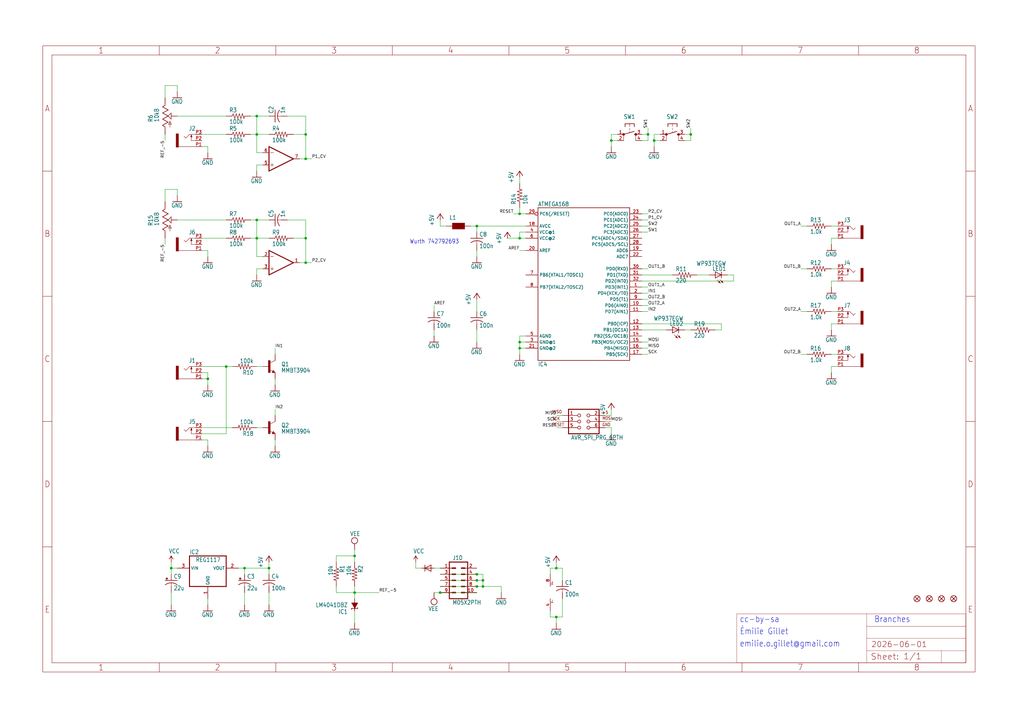
<source format=kicad_sch>
(kicad_sch (version 20230121) (generator eeschema)
  (paper "User" 425.45 298.45)
  (junction (at 127 99.06))
  (junction (at 198.12 241.3))
  (junction (at 215.9 144.78))
  (junction (at 215.9 142.24))
  (junction (at 127 66.04))
  (junction (at 287.02 55.88))
  (junction (at 127 55.88))
  (junction (at 86.36 157.48))
  (junction (at 231.14 256.54))
  (junction (at 101.6 236.22))
  (junction (at 271.78 58.42))
  (junction (at 215.9 88.9))
  (junction (at 254 58.42))
  (junction (at 147.32 246.38))
  (junction (at 111.76 236.22))
  (junction (at 106.68 48.26))
  (junction (at 71.12 236.22))
  (junction (at 127 109.22))
  (junction (at 93.98 152.4))
  (junction (at 198.12 93.98))
  (junction (at 106.68 55.88))
  (junction (at 147.32 231.14))
  (junction (at 200.66 241.3))
  (junction (at 200.66 243.84))
  (junction (at 106.68 99.06))
  (junction (at 231.14 236.22))
  (junction (at 269.24 55.88))
  (junction (at 182.88 246.38))
  (junction (at 198.12 238.76))
  (junction (at 106.68 91.44))
  (junction (at 215.9 99.06))
  (junction (at 198.12 243.84))
  (wire (pts (xy 228.6 238.76) (xy 228.6 236.22)) (stroke (width 0.1524)))
  (wire (pts (xy 127 109.22) (xy 124.46 109.22)) (stroke (width 0.1524)))
  (wire (pts (xy 104.14 48.26) (xy 106.68 48.26)) (stroke (width 0.1524)))
  (wire (pts (xy 111.76 55.88) (xy 106.68 55.88)) (stroke (width 0.1524)))
  (wire (pts (xy 106.68 111.76) (xy 106.68 114.3)) (stroke (width 0.1524)))
  (wire (pts (xy 182.88 246.38) (xy 198.12 246.38)) (stroke (width 0.1524)))
  (wire (pts (xy 266.7 96.52) (xy 269.24 96.52)) (stroke (width 0.1524)))
  (wire (pts (xy 104.14 99.06) (xy 106.68 99.06)) (stroke (width 0.1524)))
  (wire (pts (xy 73.66 91.44) (xy 93.98 91.44)) (stroke (width 0.1524)))
  (wire (pts (xy 71.12 233.68) (xy 71.12 236.22)) (stroke (width 0.1524)))
  (wire (pts (xy 266.7 111.76) (xy 269.24 111.76)) (stroke (width 0.1524)))
  (wire (pts (xy 269.24 58.42) (xy 269.24 55.88)) (stroke (width 0.1524)))
  (wire (pts (xy 332.74 111.76) (xy 335.28 111.76)) (stroke (width 0.1524)))
  (wire (pts (xy 127 91.44) (xy 127 99.06)) (stroke (width 0.1524)))
  (wire (pts (xy 218.44 93.98) (xy 198.12 93.98)) (stroke (width 0.1524)))
  (wire (pts (xy 93.98 180.34) (xy 93.98 152.4)) (stroke (width 0.1524)))
  (wire (pts (xy 101.6 236.22) (xy 111.76 236.22)) (stroke (width 0.1524)))
  (wire (pts (xy 182.88 236.22) (xy 180.34 236.22)) (stroke (width 0.1524)))
  (wire (pts (xy 106.68 48.26) (xy 106.68 55.88)) (stroke (width 0.1524)))
  (wire (pts (xy 228.6 254) (xy 228.6 256.54)) (stroke (width 0.1524)))
  (wire (pts (xy 233.68 256.54) (xy 233.68 248.92)) (stroke (width 0.1524)))
  (wire (pts (xy 195.58 93.98) (xy 198.12 93.98)) (stroke (width 0.1524)))
  (wire (pts (xy 198.12 238.76) (xy 200.66 238.76)) (stroke (width 0.1524)))
  (wire (pts (xy 198.12 137.16) (xy 198.12 142.24)) (stroke (width 0.1524)))
  (wire (pts (xy 86.36 182.88) (xy 86.36 185.42)) (stroke (width 0.1524)))
  (wire (pts (xy 147.32 233.68) (xy 147.32 231.14)) (stroke (width 0.1524)))
  (wire (pts (xy 106.68 55.88) (xy 106.68 63.5)) (stroke (width 0.1524)))
  (wire (pts (xy 269.24 55.88) (xy 269.24 53.34)) (stroke (width 0.1524)))
  (wire (pts (xy 251.46 175.26) (xy 254 175.26)) (stroke (width 0.1524)))
  (wire (pts (xy 251.46 177.8) (xy 254 177.8)) (stroke (width 0.1524)))
  (wire (pts (xy 231.14 256.54) (xy 231.14 259.08)) (stroke (width 0.1524)))
  (wire (pts (xy 68.58 78.74) (xy 73.66 78.74)) (stroke (width 0.1524)))
  (wire (pts (xy 111.76 91.44) (xy 106.68 91.44)) (stroke (width 0.1524)))
  (wire (pts (xy 111.76 238.76) (xy 111.76 236.22)) (stroke (width 0.1524)))
  (wire (pts (xy 297.18 137.16) (xy 299.72 137.16)) (stroke (width 0.1524)))
  (wire (pts (xy 208.28 243.84) (xy 208.28 246.38)) (stroke (width 0.1524)))
  (wire (pts (xy 233.68 175.26) (xy 231.14 175.26)) (stroke (width 0.1524)))
  (wire (pts (xy 345.44 152.4) (xy 345.44 154.94)) (stroke (width 0.1524)))
  (wire (pts (xy 71.12 236.22) (xy 71.12 238.76)) (stroke (width 0.1524)))
  (wire (pts (xy 104.14 55.88) (xy 106.68 55.88)) (stroke (width 0.1524)))
  (wire (pts (xy 83.82 104.14) (xy 86.36 104.14)) (stroke (width 0.1524)))
  (wire (pts (xy 147.32 248.92) (xy 147.32 246.38)) (stroke (width 0.1524)))
  (wire (pts (xy 109.22 111.76) (xy 106.68 111.76)) (stroke (width 0.1524)))
  (wire (pts (xy 119.38 91.44) (xy 127 91.44)) (stroke (width 0.1524)))
  (wire (pts (xy 182.88 93.98) (xy 185.42 93.98)) (stroke (width 0.1524)))
  (wire (pts (xy 251.46 172.72) (xy 254 172.72)) (stroke (width 0.1524)))
  (wire (pts (xy 218.44 104.14) (xy 215.9 104.14)) (stroke (width 0.1524)))
  (wire (pts (xy 68.58 40.64) (xy 68.58 35.56)) (stroke (width 0.1524)))
  (wire (pts (xy 347.98 152.4) (xy 345.44 152.4)) (stroke (width 0.1524)))
  (wire (pts (xy 254 55.88) (xy 254 58.42)) (stroke (width 0.1524)))
  (wire (pts (xy 182.88 91.44) (xy 182.88 93.98)) (stroke (width 0.1524)))
  (wire (pts (xy 284.48 137.16) (xy 287.02 137.16)) (stroke (width 0.1524)))
  (wire (pts (xy 218.44 142.24) (xy 215.9 142.24)) (stroke (width 0.1524)))
  (wire (pts (xy 266.7 137.16) (xy 276.86 137.16)) (stroke (width 0.1524)))
  (wire (pts (xy 215.9 142.24) (xy 215.9 144.78)) (stroke (width 0.1524)))
  (wire (pts (xy 96.52 152.4) (xy 93.98 152.4)) (stroke (width 0.1524)))
  (wire (pts (xy 86.36 154.94) (xy 86.36 157.48)) (stroke (width 0.1524)))
  (wire (pts (xy 119.38 48.26) (xy 127 48.26)) (stroke (width 0.1524)))
  (wire (pts (xy 215.9 99.06) (xy 218.44 99.06)) (stroke (width 0.1524)))
  (wire (pts (xy 86.36 248.92) (xy 86.36 251.46)) (stroke (width 0.1524)))
  (wire (pts (xy 111.76 48.26) (xy 106.68 48.26)) (stroke (width 0.1524)))
  (wire (pts (xy 215.9 99.06) (xy 210.82 99.06)) (stroke (width 0.1524)))
  (wire (pts (xy 127 99.06) (xy 127 109.22)) (stroke (width 0.1524)))
  (wire (pts (xy 266.7 114.3) (xy 279.4 114.3)) (stroke (width 0.1524)))
  (wire (pts (xy 114.3 182.88) (xy 114.3 185.42)) (stroke (width 0.1524)))
  (wire (pts (xy 86.36 60.96) (xy 86.36 63.5)) (stroke (width 0.1524)))
  (wire (pts (xy 83.82 180.34) (xy 93.98 180.34)) (stroke (width 0.1524)))
  (wire (pts (xy 106.68 91.44) (xy 106.68 99.06)) (stroke (width 0.1524)))
  (wire (pts (xy 215.9 73.66) (xy 215.9 76.2)) (stroke (width 0.1524)))
  (wire (pts (xy 68.58 83.82) (xy 68.58 78.74)) (stroke (width 0.1524)))
  (wire (pts (xy 198.12 129.54) (xy 198.12 124.46)) (stroke (width 0.1524)))
  (wire (pts (xy 266.7 144.78) (xy 269.24 144.78)) (stroke (width 0.1524)))
  (wire (pts (xy 231.14 233.68) (xy 231.14 236.22)) (stroke (width 0.1524)))
  (wire (pts (xy 302.26 114.3) (xy 304.8 114.3)) (stroke (width 0.1524)))
  (wire (pts (xy 180.34 129.54) (xy 180.34 127)) (stroke (width 0.1524)))
  (wire (pts (xy 106.68 68.58) (xy 106.68 71.12)) (stroke (width 0.1524)))
  (wire (pts (xy 182.88 238.76) (xy 198.12 238.76)) (stroke (width 0.1524)))
  (wire (pts (xy 215.9 144.78) (xy 215.9 147.32)) (stroke (width 0.1524)))
  (wire (pts (xy 83.82 99.06) (xy 93.98 99.06)) (stroke (width 0.1524)))
  (wire (pts (xy 68.58 55.88) (xy 68.58 58.42)) (stroke (width 0.1524)))
  (wire (pts (xy 182.88 241.3) (xy 198.12 241.3)) (stroke (width 0.1524)))
  (wire (pts (xy 274.32 55.88) (xy 271.78 55.88)) (stroke (width 0.1524)))
  (wire (pts (xy 71.12 236.22) (xy 73.66 236.22)) (stroke (width 0.1524)))
  (wire (pts (xy 180.34 137.16) (xy 180.34 139.7)) (stroke (width 0.1524)))
  (wire (pts (xy 106.68 152.4) (xy 109.22 152.4)) (stroke (width 0.1524)))
  (wire (pts (xy 86.36 104.14) (xy 86.36 106.68)) (stroke (width 0.1524)))
  (wire (pts (xy 345.44 99.06) (xy 345.44 101.6)) (stroke (width 0.1524)))
  (wire (pts (xy 345.44 93.98) (xy 347.98 93.98)) (stroke (width 0.1524)))
  (wire (pts (xy 106.68 177.8) (xy 109.22 177.8)) (stroke (width 0.1524)))
  (wire (pts (xy 127 109.22) (xy 129.54 109.22)) (stroke (width 0.1524)))
  (wire (pts (xy 271.78 58.42) (xy 271.78 60.96)) (stroke (width 0.1524)))
  (wire (pts (xy 83.82 60.96) (xy 86.36 60.96)) (stroke (width 0.1524)))
  (wire (pts (xy 147.32 231.14) (xy 147.32 228.6)) (stroke (width 0.1524)))
  (wire (pts (xy 73.66 35.56) (xy 73.66 38.1)) (stroke (width 0.1524)))
  (wire (pts (xy 200.66 238.76) (xy 200.66 241.3)) (stroke (width 0.1524)))
  (wire (pts (xy 172.72 233.68) (xy 172.72 236.22)) (stroke (width 0.1524)))
  (wire (pts (xy 345.44 134.62) (xy 345.44 137.16)) (stroke (width 0.1524)))
  (wire (pts (xy 198.12 104.14) (xy 198.12 106.68)) (stroke (width 0.1524)))
  (wire (pts (xy 304.8 114.3) (xy 304.8 116.84)) (stroke (width 0.1524)))
  (wire (pts (xy 175.26 236.22) (xy 172.72 236.22)) (stroke (width 0.1524)))
  (wire (pts (xy 71.12 246.38) (xy 71.12 251.46)) (stroke (width 0.1524)))
  (wire (pts (xy 99.06 236.22) (xy 101.6 236.22)) (stroke (width 0.1524)))
  (wire (pts (xy 127 48.26) (xy 127 55.88)) (stroke (width 0.1524)))
  (wire (pts (xy 304.8 116.84) (xy 266.7 116.84)) (stroke (width 0.1524)))
  (wire (pts (xy 228.6 236.22) (xy 231.14 236.22)) (stroke (width 0.1524)))
  (wire (pts (xy 147.32 254) (xy 147.32 259.08)) (stroke (width 0.1524)))
  (wire (pts (xy 114.3 147.32) (xy 114.3 144.78)) (stroke (width 0.1524)))
  (wire (pts (xy 111.76 233.68) (xy 111.76 236.22)) (stroke (width 0.1524)))
  (wire (pts (xy 218.44 144.78) (xy 215.9 144.78)) (stroke (width 0.1524)))
  (wire (pts (xy 345.44 129.54) (xy 347.98 129.54)) (stroke (width 0.1524)))
  (wire (pts (xy 114.3 157.48) (xy 114.3 160.02)) (stroke (width 0.1524)))
  (wire (pts (xy 254 172.72) (xy 254 170.18)) (stroke (width 0.1524)))
  (wire (pts (xy 287.02 55.88) (xy 287.02 53.34)) (stroke (width 0.1524)))
  (wire (pts (xy 271.78 58.42) (xy 274.32 58.42)) (stroke (width 0.1524)))
  (wire (pts (xy 180.34 246.38) (xy 182.88 246.38)) (stroke (width 0.1524)))
  (wire (pts (xy 127 66.04) (xy 124.46 66.04)) (stroke (width 0.1524)))
  (wire (pts (xy 215.9 139.7) (xy 215.9 142.24)) (stroke (width 0.1524)))
  (wire (pts (xy 345.44 116.84) (xy 345.44 119.38)) (stroke (width 0.1524)))
  (wire (pts (xy 218.44 139.7) (xy 215.9 139.7)) (stroke (width 0.1524)))
  (wire (pts (xy 289.56 114.3) (xy 294.64 114.3)) (stroke (width 0.1524)))
  (wire (pts (xy 198.12 241.3) (xy 200.66 241.3)) (stroke (width 0.1524)))
  (wire (pts (xy 111.76 246.38) (xy 111.76 251.46)) (stroke (width 0.1524)))
  (wire (pts (xy 106.68 99.06) (xy 106.68 106.68)) (stroke (width 0.1524)))
  (wire (pts (xy 104.14 91.44) (xy 106.68 91.44)) (stroke (width 0.1524)))
  (wire (pts (xy 266.7 91.44) (xy 269.24 91.44)) (stroke (width 0.1524)))
  (wire (pts (xy 68.58 35.56) (xy 73.66 35.56)) (stroke (width 0.1524)))
  (wire (pts (xy 121.92 99.06) (xy 127 99.06)) (stroke (width 0.1524)))
  (wire (pts (xy 266.7 88.9) (xy 269.24 88.9)) (stroke (width 0.1524)))
  (wire (pts (xy 299.72 134.62) (xy 299.72 137.16)) (stroke (width 0.1524)))
  (wire (pts (xy 287.02 58.42) (xy 287.02 55.88)) (stroke (width 0.1524)))
  (wire (pts (xy 266.7 147.32) (xy 269.24 147.32)) (stroke (width 0.1524)))
  (wire (pts (xy 101.6 238.76) (xy 101.6 236.22)) (stroke (width 0.1524)))
  (wire (pts (xy 106.68 106.68) (xy 109.22 106.68)) (stroke (width 0.1524)))
  (wire (pts (xy 83.82 154.94) (xy 86.36 154.94)) (stroke (width 0.1524)))
  (wire (pts (xy 111.76 99.06) (xy 106.68 99.06)) (stroke (width 0.1524)))
  (wire (pts (xy 284.48 58.42) (xy 287.02 58.42)) (stroke (width 0.1524)))
  (wire (pts (xy 139.7 246.38) (xy 147.32 246.38)) (stroke (width 0.1524)))
  (wire (pts (xy 233.68 172.72) (xy 231.14 172.72)) (stroke (width 0.1524)))
  (wire (pts (xy 147.32 246.38) (xy 147.32 243.84)) (stroke (width 0.1524)))
  (wire (pts (xy 182.88 243.84) (xy 198.12 243.84)) (stroke (width 0.1524)))
  (wire (pts (xy 266.7 93.98) (xy 269.24 93.98)) (stroke (width 0.1524)))
  (wire (pts (xy 139.7 243.84) (xy 139.7 246.38)) (stroke (width 0.1524)))
  (wire (pts (xy 332.74 93.98) (xy 335.28 93.98)) (stroke (width 0.1524)))
  (wire (pts (xy 101.6 246.38) (xy 101.6 251.46)) (stroke (width 0.1524)))
  (wire (pts (xy 200.66 241.3) (xy 200.66 243.84)) (stroke (width 0.1524)))
  (wire (pts (xy 231.14 256.54) (xy 228.6 256.54)) (stroke (width 0.1524)))
  (wire (pts (xy 93.98 152.4) (xy 83.82 152.4)) (stroke (width 0.1524)))
  (wire (pts (xy 271.78 55.88) (xy 271.78 58.42)) (stroke (width 0.1524)))
  (wire (pts (xy 198.12 93.98) (xy 198.12 96.52)) (stroke (width 0.1524)))
  (wire (pts (xy 266.7 58.42) (xy 269.24 58.42)) (stroke (width 0.1524)))
  (wire (pts (xy 127 55.88) (xy 127 66.04)) (stroke (width 0.1524)))
  (wire (pts (xy 284.48 55.88) (xy 287.02 55.88)) (stroke (width 0.1524)))
  (wire (pts (xy 200.66 243.84) (xy 208.28 243.84)) (stroke (width 0.1524)))
  (wire (pts (xy 345.44 111.76) (xy 347.98 111.76)) (stroke (width 0.1524)))
  (wire (pts (xy 256.54 55.88) (xy 254 55.88)) (stroke (width 0.1524)))
  (wire (pts (xy 73.66 48.26) (xy 93.98 48.26)) (stroke (width 0.1524)))
  (wire (pts (xy 332.74 129.54) (xy 335.28 129.54)) (stroke (width 0.1524)))
  (wire (pts (xy 218.44 88.9) (xy 215.9 88.9)) (stroke (width 0.1524)))
  (wire (pts (xy 83.82 157.48) (xy 86.36 157.48)) (stroke (width 0.1524)))
  (wire (pts (xy 231.14 236.22) (xy 233.68 236.22)) (stroke (width 0.1524)))
  (wire (pts (xy 218.44 96.52) (xy 215.9 96.52)) (stroke (width 0.1524)))
  (wire (pts (xy 215.9 88.9) (xy 213.36 88.9)) (stroke (width 0.1524)))
  (wire (pts (xy 83.82 177.8) (xy 96.52 177.8)) (stroke (width 0.1524)))
  (wire (pts (xy 73.66 78.74) (xy 73.66 81.28)) (stroke (width 0.1524)))
  (wire (pts (xy 347.98 99.06) (xy 345.44 99.06)) (stroke (width 0.1524)))
  (wire (pts (xy 266.7 142.24) (xy 269.24 142.24)) (stroke (width 0.1524)))
  (wire (pts (xy 266.7 124.46) (xy 269.24 124.46)) (stroke (width 0.1524)))
  (wire (pts (xy 139.7 231.14) (xy 147.32 231.14)) (stroke (width 0.1524)))
  (wire (pts (xy 347.98 116.84) (xy 345.44 116.84)) (stroke (width 0.1524)))
  (wire (pts (xy 231.14 256.54) (xy 233.68 256.54)) (stroke (width 0.1524)))
  (wire (pts (xy 198.12 243.84) (xy 200.66 243.84)) (stroke (width 0.1524)))
  (wire (pts (xy 86.36 157.48) (xy 86.36 160.02)) (stroke (width 0.1524)))
  (wire (pts (xy 147.32 246.38) (xy 157.48 246.38)) (stroke (width 0.1524)))
  (wire (pts (xy 233.68 236.22) (xy 233.68 241.3)) (stroke (width 0.1524)))
  (wire (pts (xy 266.7 119.38) (xy 269.24 119.38)) (stroke (width 0.1524)))
  (wire (pts (xy 266.7 129.54) (xy 269.24 129.54)) (stroke (width 0.1524)))
  (wire (pts (xy 106.68 63.5) (xy 109.22 63.5)) (stroke (width 0.1524)))
  (wire (pts (xy 254 58.42) (xy 254 60.96)) (stroke (width 0.1524)))
  (wire (pts (xy 83.82 55.88) (xy 93.98 55.88)) (stroke (width 0.1524)))
  (wire (pts (xy 114.3 172.72) (xy 114.3 170.18)) (stroke (width 0.1524)))
  (wire (pts (xy 215.9 96.52) (xy 215.9 99.06)) (stroke (width 0.1524)))
  (wire (pts (xy 266.7 55.88) (xy 269.24 55.88)) (stroke (width 0.1524)))
  (wire (pts (xy 215.9 88.9) (xy 215.9 86.36)) (stroke (width 0.1524)))
  (wire (pts (xy 266.7 121.92) (xy 269.24 121.92)) (stroke (width 0.1524)))
  (wire (pts (xy 127 66.04) (xy 129.54 66.04)) (stroke (width 0.1524)))
  (wire (pts (xy 256.54 58.42) (xy 254 58.42)) (stroke (width 0.1524)))
  (wire (pts (xy 345.44 147.32) (xy 347.98 147.32)) (stroke (width 0.1524)))
  (wire (pts (xy 254 177.8) (xy 254 180.34)) (stroke (width 0.1524)))
  (wire (pts (xy 347.98 134.62) (xy 345.44 134.62)) (stroke (width 0.1524)))
  (wire (pts (xy 109.22 68.58) (xy 106.68 68.58)) (stroke (width 0.1524)))
  (wire (pts (xy 233.68 177.8) (xy 231.14 177.8)) (stroke (width 0.1524)))
  (wire (pts (xy 83.82 182.88) (xy 86.36 182.88)) (stroke (width 0.1524)))
  (wire (pts (xy 332.74 147.32) (xy 335.28 147.32)) (stroke (width 0.1524)))
  (wire (pts (xy 121.92 55.88) (xy 127 55.88)) (stroke (width 0.1524)))
  (wire (pts (xy 68.58 99.06) (xy 68.58 101.6)) (stroke (width 0.1524)))
  (wire (pts (xy 139.7 233.68) (xy 139.7 231.14)) (stroke (width 0.1524)))
  (wire (pts (xy 266.7 134.62) (xy 299.72 134.62)) (stroke (width 0.1524)))
  (wire (pts (xy 266.7 127) (xy 269.24 127)) (stroke (width 0.1524)))
  (text "Émilie Gillet" (at 307.34 264.16 0) (effects (font (size 2.54 2.159)) (justify left bottom)))
  (text "emilie.o.gillet@gmail.com" (at 307.34 269.24 0) (effects (font (size 2.54 2.159)) (justify left bottom)))
  (text "Branches" (at 363.22 259.08 0) (effects (font (size 2.54 2.159)) (justify left bottom)))
  (text "Wurth 742792693" (at 170.18 101.6 0) (effects (font (size 1.778 1.5113)) (justify left bottom)))
  (text "cc-by-sa" (at 307.34 259.08 0) (effects (font (size 2.54 2.159)) (justify left bottom)))
  (label "AREF" (at 180.34 127 0) (effects (font (size 1.2446 1.2446))))
  (label "MOSI" (at 269.24 142.24 0) (effects (font (size 1.2446 1.2446))))
  (label "P2_CV" (at 129.54 109.22 0) (effects (font (size 1.2446 1.2446))))
  (label "P1_CV" (at 269.24 91.44 0) (effects (font (size 1.2446 1.2446))))
  (label "P1_CV" (at 129.54 66.04 0) (effects (font (size 1.2446 1.2446))))
  (label "OUT2_B" (at 269.24 124.46 0) (effects (font (size 1.2446 1.2446))))
  (label "SCK" (at 269.24 147.32 0) (effects (font (size 1.2446 1.2446))))
  (label "REF_-5" (at 68.58 58.42 270) (effects (font (size 1.2446 1.2446))))
  (label "SCK" (at 231.14 175.26 180) (effects (font (size 1.2446 1.2446))))
  (label "IN1" (at 114.3 144.78 0) (effects (font (size 1.2446 1.2446))))
  (label "MISO" (at 231.14 172.72 180) (effects (font (size 1.2446 1.2446))))
  (label "OUT1_B" (at 269.24 111.76 0) (effects (font (size 1.2446 1.2446))))
  (label "MOSI" (at 254 175.26 0) (effects (font (size 1.2446 1.2446))))
  (label "REF_-5" (at 157.48 246.38 0) (effects (font (size 1.2446 1.2446))))
  (label "AREF" (at 215.9 104.14 180) (effects (font (size 1.2446 1.2446))))
  (label "OUT2_B" (at 332.74 147.32 180) (effects (font (size 1.2446 1.2446))))
  (label "IN2" (at 269.24 129.54 0) (effects (font (size 1.2446 1.2446))))
  (label "SW2" (at 287.02 53.34 90) (effects (font (size 1.2446 1.2446))))
  (label "IN2" (at 114.3 170.18 0) (effects (font (size 1.2446 1.2446))))
  (label "MISO" (at 269.24 144.78 0) (effects (font (size 1.2446 1.2446))))
  (label "OUT2_A" (at 332.74 129.54 180) (effects (font (size 1.2446 1.2446))))
  (label "IN1" (at 269.24 121.92 0) (effects (font (size 1.2446 1.2446))))
  (label "P2_CV" (at 269.24 88.9 0) (effects (font (size 1.2446 1.2446))))
  (label "SW1" (at 269.24 96.52 0) (effects (font (size 1.2446 1.2446))))
  (label "SW1" (at 269.24 53.34 90) (effects (font (size 1.2446 1.2446))))
  (label "REF_-5" (at 68.58 101.6 270) (effects (font (size 1.2446 1.2446))))
  (label "OUT1_B" (at 332.74 111.76 180) (effects (font (size 1.2446 1.2446))))
  (label "SW2" (at 269.24 93.98 0) (effects (font (size 1.2446 1.2446))))
  (label "RESET" (at 213.36 88.9 180) (effects (font (size 1.2446 1.2446))))
  (label "OUT1_A" (at 269.24 119.38 0) (effects (font (size 1.2446 1.2446))))
  (label "OUT2_A" (at 269.24 127 0) (effects (font (size 1.2446 1.2446))))
  (label "RESET" (at 231.14 177.8 180) (effects (font (size 1.2446 1.2446))))
  (label "OUT1_A" (at 332.74 93.98 180) (effects (font (size 1.2446 1.2446))))
  (symbol (lib_id "branches-eagle-import:PJ301_THONKICONN6") (at 78.74 101.6 0) (mirror y) (unit 1)
    (property "Reference" "J6" (at 81.28 97.536 0) (effects (font (size 1.778 1.5113)) (justify left bottom)))
    (property "Value" "PJ301_THONKICONN6" (effects hide))
    (property "Footprint" "branches:WQP_PJ_301M6" (effects hide))
  )
  (symbol (lib_id "branches-eagle-import:C-USC0603") (at 111.76 241.3 0) (unit 1)
    (property "Reference" "C4" (at 112.776 240.665 0) (effects (font (size 1.778 1.5113)) (justify left bottom)))
    (property "Value" "100n" (at 112.776 245.491 0) (effects (font (size 1.778 1.5113)) (justify left bottom)))
    (property "Footprint" "branches:C0603" (effects hide))
  )
  (symbol (lib_id "branches-eagle-import:GND") (at 180.34 142.24 0) (unit 1)
    (property "Reference" "#GND4" (effects hide))
    (property "Value" "GND" (at 177.8 144.78 0) (effects (font (size 1.778 1.5113)) (justify left bottom)))
  )
  (symbol (lib_id "branches-eagle-import:LED3MM") (at 297.18 114.3 90) (unit 1)
    (property "Reference" "LED1" (at 301.752 110.744 90) (effects (font (size 1.778 1.5113)) (justify left bottom)))
    (property "Value" "WP937EGW" (at 301.752 108.585 90) (effects (font (size 1.778 1.5113)) (justify left bottom)))
    (property "Footprint" "branches:LED3MM" (effects hide))
  )
  (symbol (lib_id "branches-eagle-import:R-US_R0603") (at 292.1 137.16 0) (unit 1)
    (property "Reference" "R19" (at 288.29 135.6614 0) (effects (font (size 1.778 1.5113)) (justify left bottom)))
    (property "Value" "220" (at 288.29 140.462 0) (effects (font (size 1.778 1.5113)) (justify left bottom)))
    (property "Footprint" "branches:R0603" (effects hide))
  )
  (symbol (lib_id "branches-eagle-import:GND") (at 345.44 121.92 0) (unit 1)
    (property "Reference" "#GND29" (effects hide))
    (property "Value" "GND" (at 342.9 124.46 0) (effects (font (size 1.778 1.5113)) (justify left bottom)))
  )
  (symbol (lib_id "branches-eagle-import:R-US_R0603") (at 99.06 91.44 0) (unit 1)
    (property "Reference" "R7" (at 95.25 89.9414 0) (effects (font (size 1.778 1.5113)) (justify left bottom)))
    (property "Value" "100k" (at 95.25 94.742 0) (effects (font (size 1.778 1.5113)) (justify left bottom)))
    (property "Footprint" "branches:R0603" (effects hide))
  )
  (symbol (lib_id "branches-eagle-import:resistor_R-US_R0603") (at 147.32 238.76 270) (unit 1)
    (property "Reference" "R2" (at 148.8186 234.95 0) (effects (font (size 1.778 1.5113)) (justify left bottom)))
    (property "Value" "10k" (at 144.018 234.95 0) (effects (font (size 1.778 1.5113)) (justify left bottom)))
    (property "Footprint" "branches:R0603" (effects hide))
  )
  (symbol (lib_id "branches-eagle-import:R-US_R0603") (at 340.36 129.54 0) (unit 1)
    (property "Reference" "R17" (at 336.55 128.0414 0) (effects (font (size 1.778 1.5113)) (justify left bottom)))
    (property "Value" "1.0k" (at 336.55 132.842 0) (effects (font (size 1.778 1.5113)) (justify left bottom)))
    (property "Footprint" "branches:R0603" (effects hide))
  )
  (symbol (lib_id "branches-eagle-import:resistor_R-US_R0603") (at 139.7 238.76 270) (unit 1)
    (property "Reference" "R1" (at 141.1986 234.95 0) (effects (font (size 1.778 1.5113)) (justify left bottom)))
    (property "Value" "10k" (at 136.398 234.95 0) (effects (font (size 1.778 1.5113)) (justify left bottom)))
    (property "Footprint" "branches:R0603" (effects hide))
  )
  (symbol (lib_id "branches-eagle-import:+5V") (at 254 167.64 0) (unit 1)
    (property "Reference" "#P+17" (effects hide))
    (property "Value" "+5V" (at 251.46 172.72 90) (effects (font (size 1.778 1.5113)) (justify left bottom)))
  )
  (symbol (lib_id "branches-eagle-import:CPOL-USC") (at 71.12 241.3 0) (unit 1)
    (property "Reference" "C9" (at 72.136 240.665 0) (effects (font (size 1.778 1.5113)) (justify left bottom)))
    (property "Value" "22u" (at 72.136 245.491 0) (effects (font (size 1.778 1.5113)) (justify left bottom)))
    (property "Footprint" "branches:PANASONIC_C" (effects hide))
  )
  (symbol (lib_id "branches-eagle-import:GND") (at 271.78 63.5 0) (unit 1)
    (property "Reference" "#GND11" (effects hide))
    (property "Value" "GND" (at 269.24 66.04 0) (effects (font (size 1.778 1.5113)) (justify left bottom)))
  )
  (symbol (lib_id "branches-eagle-import:PJ301_THONKICONN6") (at 353.06 132.08 0) (unit 1)
    (property "Reference" "J7" (at 350.52 128.016 0) (effects (font (size 1.778 1.5113)) (justify left bottom)))
    (property "Value" "PJ301_THONKICONN6" (effects hide))
    (property "Footprint" "branches:WQP_PJ_301M6" (effects hide))
  )
  (symbol (lib_id "branches-eagle-import:PJ301_THONKICONN6") (at 353.06 149.86 0) (unit 1)
    (property "Reference" "J8" (at 350.52 145.796 0) (effects (font (size 1.778 1.5113)) (justify left bottom)))
    (property "Value" "PJ301_THONKICONN6" (effects hide))
    (property "Footprint" "branches:WQP_PJ_301M6" (effects hide))
  )
  (symbol (lib_id "branches-eagle-import:TL072D") (at 116.84 66.04 0) (mirror x) (unit 2)
    (property "Reference" "IC3" (effects hide))
    (property "Value" "TL072D" (effects hide))
    (property "Footprint" "branches:SO08" (effects hide))
  )
  (symbol (lib_id "branches-eagle-import:REG1117") (at 86.36 236.22 0) (unit 1)
    (property "Reference" "IC2" (at 78.74 230.505 0) (effects (font (size 1.778 1.5113)) (justify left bottom)))
    (property "Value" "REG1117" (at 81.28 233.68 0) (effects (font (size 1.778 1.5113)) (justify left bottom)))
    (property "Footprint" "branches:SOT223" (effects hide))
  )
  (symbol (lib_id "branches-eagle-import:R-US_R0603") (at 101.6 177.8 180) (unit 1)
    (property "Reference" "R18" (at 105.41 179.2986 0) (effects (font (size 1.778 1.5113)) (justify left bottom)))
    (property "Value" "100k" (at 105.41 174.498 0) (effects (font (size 1.778 1.5113)) (justify left bottom)))
    (property "Footprint" "branches:R0603" (effects hide))
  )
  (symbol (lib_id "branches-eagle-import:+5V") (at 198.12 121.92 0) (unit 1)
    (property "Reference" "#P+9" (effects hide))
    (property "Value" "+5V" (at 195.58 127 90) (effects (font (size 1.778 1.5113)) (justify left bottom)))
  )
  (symbol (lib_id "branches-eagle-import:WE-CBF_0603") (at 190.5 96.52 0) (unit 1)
    (property "Reference" "L1" (at 186.69 91.44 0) (effects (font (size 1.778 1.5113)) (justify left bottom)))
    (property "Value" "WE-CBF_0603" (effects hide))
    (property "Footprint" "branches:0603" (effects hide))
  )
  (symbol (lib_id "branches-eagle-import:M05X2PTH") (at 190.5 241.3 0) (unit 1)
    (property "Reference" "J10" (at 187.96 232.918 0) (effects (font (size 1.778 1.5113)) (justify left bottom)))
    (property "Value" "M05X2PTH" (at 187.96 251.46 0) (effects (font (size 1.778 1.5113)) (justify left bottom)))
    (property "Footprint" "branches:AVR_ICSP" (effects hide))
  )
  (symbol (lib_id "branches-eagle-import:TL072D") (at 116.84 109.22 0) (mirror x) (unit 1)
    (property "Reference" "IC3" (effects hide))
    (property "Value" "TL072D" (effects hide))
    (property "Footprint" "branches:SO08" (effects hide))
  )
  (symbol (lib_id "branches-eagle-import:GND") (at 101.6 254 0) (unit 1)
    (property "Reference" "#GND16" (effects hide))
    (property "Value" "GND" (at 99.06 256.54 0) (effects (font (size 1.778 1.5113)) (justify left bottom)))
  )
  (symbol (lib_id "branches-eagle-import:GND") (at 215.9 149.86 0) (unit 1)
    (property "Reference" "#GND6" (effects hide))
    (property "Value" "GND" (at 213.36 152.4 0) (effects (font (size 1.778 1.5113)) (justify left bottom)))
  )
  (symbol (lib_id "branches-eagle-import:GND") (at 71.12 254 0) (unit 1)
    (property "Reference" "#GND17" (effects hide))
    (property "Value" "GND" (at 68.58 256.54 0) (effects (font (size 1.778 1.5113)) (justify left bottom)))
  )
  (symbol (lib_id "branches-eagle-import:GND") (at 73.66 83.82 0) (unit 1)
    (property "Reference" "#GND7" (effects hide))
    (property "Value" "GND" (at 71.12 86.36 0) (effects (font (size 1.778 1.5113)) (justify left bottom)))
  )
  (symbol (lib_id "branches-eagle-import:GND") (at 86.36 187.96 0) (unit 1)
    (property "Reference" "#GND37" (effects hide))
    (property "Value" "GND" (at 83.82 190.5 0) (effects (font (size 1.778 1.5113)) (justify left bottom)))
  )
  (symbol (lib_id "branches-eagle-import:TAC_SWITCHPTH") (at 279.4 55.88 0) (unit 1)
    (property "Reference" "SW2" (at 276.86 49.53 0) (effects (font (size 1.778 1.5113)) (justify left bottom)))
    (property "Value" "TAC_SWITCHPTH" (effects hide))
    (property "Footprint" "branches:TACTILE-PTH" (effects hide))
  )
  (symbol (lib_id "branches-eagle-import:R-US_R0603") (at 116.84 55.88 0) (unit 1)
    (property "Reference" "R4" (at 113.03 54.3814 0) (effects (font (size 1.778 1.5113)) (justify left bottom)))
    (property "Value" "100k" (at 113.03 59.182 0) (effects (font (size 1.778 1.5113)) (justify left bottom)))
    (property "Footprint" "branches:R0603" (effects hide))
  )
  (symbol (lib_id "branches-eagle-import:GND") (at 114.3 162.56 0) (unit 1)
    (property "Reference" "#GND31" (effects hide))
    (property "Value" "GND" (at 111.76 165.1 0) (effects (font (size 1.778 1.5113)) (justify left bottom)))
  )
  (symbol (lib_id "branches-eagle-import:FIDUCIAL1X2") (at 391.16 248.92 0) (unit 1)
    (property "Reference" "F3" (effects hide))
    (property "Value" "FIDUCIAL1X2" (effects hide))
    (property "Footprint" "branches:FIDUCIAL-1X2" (effects hide))
  )
  (symbol (lib_id "branches-eagle-import:VEE") (at 180.34 248.92 180) (unit 1)
    (property "Reference" "#SUPPLY1" (effects hide))
    (property "Value" "VEE" (at 182.245 252.095 0) (effects (font (size 1.778 1.5113)) (justify left bottom)))
  )
  (symbol (lib_id "branches-eagle-import:PJ301_THONKICONN6") (at 78.74 154.94 0) (mirror y) (unit 1)
    (property "Reference" "J1" (at 81.28 150.876 0) (effects (font (size 1.778 1.5113)) (justify left bottom)))
    (property "Value" "PJ301_THONKICONN6" (effects hide))
    (property "Footprint" "branches:WQP_PJ_301M6" (effects hide))
  )
  (symbol (lib_id "branches-eagle-import:R-US_R0603") (at 340.36 147.32 0) (unit 1)
    (property "Reference" "R16" (at 336.55 145.8214 0) (effects (font (size 1.778 1.5113)) (justify left bottom)))
    (property "Value" "1.0k" (at 336.55 150.622 0) (effects (font (size 1.778 1.5113)) (justify left bottom)))
    (property "Footprint" "branches:R0603" (effects hide))
  )
  (symbol (lib_id "branches-eagle-import:VCC") (at 172.72 233.68 0) (unit 1)
    (property "Reference" "#P+6" (effects hide))
    (property "Value" "VCC" (at 171.704 230.124 0) (effects (font (size 1.778 1.5113)) (justify left bottom)))
  )
  (symbol (lib_id "branches-eagle-import:PJ301_THONKICONN6") (at 78.74 58.42 0) (mirror y) (unit 1)
    (property "Reference" "J2" (at 81.28 54.356 0) (effects (font (size 1.778 1.5113)) (justify left bottom)))
    (property "Value" "PJ301_THONKICONN6" (effects hide))
    (property "Footprint" "branches:WQP_PJ_301M6" (effects hide))
  )
  (symbol (lib_id "branches-eagle-import:FIDUCIAL1X2") (at 396.24 248.92 0) (unit 1)
    (property "Reference" "F4" (effects hide))
    (property "Value" "FIDUCIAL1X2" (effects hide))
    (property "Footprint" "branches:FIDUCIAL-1X2" (effects hide))
  )
  (symbol (lib_id "branches-eagle-import:+5V") (at 215.9 71.12 0) (unit 1)
    (property "Reference" "#P+12" (effects hide))
    (property "Value" "+5V" (at 213.36 76.2 90) (effects (font (size 1.778 1.5113)) (justify left bottom)))
  )
  (symbol (lib_id "branches-eagle-import:GND") (at 86.36 66.04 0) (unit 1)
    (property "Reference" "#GND3" (effects hide))
    (property "Value" "GND" (at 83.82 68.58 0) (effects (font (size 1.778 1.5113)) (justify left bottom)))
  )
  (symbol (lib_id "branches-eagle-import:GND") (at 254 63.5 0) (unit 1)
    (property "Reference" "#GND10" (effects hide))
    (property "Value" "GND" (at 251.46 66.04 0) (effects (font (size 1.778 1.5113)) (justify left bottom)))
  )
  (symbol (lib_id "branches-eagle-import:LM4041DBZ") (at 147.32 251.46 180) (unit 1)
    (property "Reference" "IC1" (at 144.526 253.365 0) (effects (font (size 1.778 1.5113)) (justify left bottom)))
    (property "Value" "LM4041DBZ" (at 144.526 250.571 0) (effects (font (size 1.778 1.5113)) (justify left bottom)))
    (property "Footprint" "branches:DBZ_R-PDSO-G3" (effects hide))
  )
  (symbol (lib_id "branches-eagle-import:C-USC0603") (at 114.3 91.44 90) (unit 1)
    (property "Reference" "C5" (at 113.665 90.424 0) (effects (font (size 1.778 1.5113)) (justify left bottom)))
    (property "Value" "1n" (at 118.491 90.424 0) (effects (font (size 1.778 1.5113)) (justify left bottom)))
    (property "Footprint" "branches:C0603" (effects hide))
  )
  (symbol (lib_id "branches-eagle-import:GND") (at 73.66 40.64 0) (unit 1)
    (property "Reference" "#GND9" (effects hide))
    (property "Value" "GND" (at 71.12 43.18 0) (effects (font (size 1.778 1.5113)) (justify left bottom)))
  )
  (symbol (lib_id "branches-eagle-import:GND") (at 147.32 261.62 0) (unit 1)
    (property "Reference" "#GND82" (effects hide))
    (property "Value" "GND" (at 144.78 264.16 0) (effects (font (size 1.778 1.5113)) (justify left bottom)))
  )
  (symbol (lib_id "branches-eagle-import:+5V") (at 111.76 231.14 0) (unit 1)
    (property "Reference" "#P+2" (effects hide))
    (property "Value" "+5V" (at 109.22 236.22 90) (effects (font (size 1.778 1.5113)) (justify left bottom)))
  )
  (symbol (lib_id "branches-eagle-import:GND") (at 231.14 261.62 0) (unit 1)
    (property "Reference" "#GND39" (effects hide))
    (property "Value" "GND" (at 228.6 264.16 0) (effects (font (size 1.778 1.5113)) (justify left bottom)))
  )
  (symbol (lib_id "branches-eagle-import:+5V") (at 210.82 96.52 0) (unit 1)
    (property "Reference" "#P+13" (effects hide))
    (property "Value" "+5V" (at 208.28 101.6 90) (effects (font (size 1.778 1.5113)) (justify left bottom)))
  )
  (symbol (lib_id "branches-eagle-import:R-US_R0603") (at 101.6 152.4 180) (unit 1)
    (property "Reference" "R10" (at 105.41 153.8986 0) (effects (font (size 1.778 1.5113)) (justify left bottom)))
    (property "Value" "100k" (at 105.41 149.098 0) (effects (font (size 1.778 1.5113)) (justify left bottom)))
    (property "Footprint" "branches:R0603" (effects hide))
  )
  (symbol (lib_id "branches-eagle-import:-NPN-SOT23-BEC") (at 111.76 177.8 0) (unit 1)
    (property "Reference" "Q2" (at 116.84 177.8 0) (effects (font (size 1.778 1.5113)) (justify left bottom)))
    (property "Value" "MMBT3904" (at 116.84 180.34 0) (effects (font (size 1.778 1.5113)) (justify left bottom)))
    (property "Footprint" "branches:SOT23-BEC" (effects hide))
  )
  (symbol (lib_id "branches-eagle-import:GND") (at 106.68 116.84 0) (unit 1)
    (property "Reference" "#GND8" (effects hide))
    (property "Value" "GND" (at 104.14 119.38 0) (effects (font (size 1.778 1.5113)) (justify left bottom)))
  )
  (symbol (lib_id "branches-eagle-import:POT_USVERTICAL_PS") (at 68.58 91.44 0) (unit 1)
    (property "Reference" "R15" (at 63.5 93.98 90) (effects (font (size 1.778 1.5113)) (justify left bottom)))
    (property "Value" "10kB" (at 66.04 93.98 90) (effects (font (size 1.778 1.5113)) (justify left bottom)))
    (property "Footprint" "branches:ALPS_POT_VERTICAL_PS" (effects hide))
  )
  (symbol (lib_id "branches-eagle-import:C-USC0603") (at 180.34 132.08 0) (unit 1)
    (property "Reference" "C7" (at 181.356 131.445 0) (effects (font (size 1.778 1.5113)) (justify left bottom)))
    (property "Value" "100n" (at 181.356 136.271 0) (effects (font (size 1.778 1.5113)) (justify left bottom)))
    (property "Footprint" "branches:C0603" (effects hide))
  )
  (symbol (lib_id "branches-eagle-import:GND") (at 114.3 187.96 0) (unit 1)
    (property "Reference" "#GND5" (effects hide))
    (property "Value" "GND" (at 111.76 190.5 0) (effects (font (size 1.778 1.5113)) (justify left bottom)))
  )
  (symbol (lib_id "branches-eagle-import:R-US_R0603") (at 340.36 93.98 0) (unit 1)
    (property "Reference" "R13" (at 336.55 92.4814 0) (effects (font (size 1.778 1.5113)) (justify left bottom)))
    (property "Value" "1.0k" (at 336.55 97.282 0) (effects (font (size 1.778 1.5113)) (justify left bottom)))
    (property "Footprint" "branches:R0603" (effects hide))
  )
  (symbol (lib_id "branches-eagle-import:+5V") (at 231.14 231.14 0) (unit 1)
    (property "Reference" "#P+4" (effects hide))
    (property "Value" "+5V" (at 228.6 236.22 90) (effects (font (size 1.778 1.5113)) (justify left bottom)))
  )
  (symbol (lib_id "branches-eagle-import:GND") (at 86.36 162.56 0) (unit 1)
    (property "Reference" "#GND32" (effects hide))
    (property "Value" "GND" (at 83.82 165.1 0) (effects (font (size 1.778 1.5113)) (justify left bottom)))
  )
  (symbol (lib_id "branches-eagle-import:R-US_R0603") (at 215.9 81.28 90) (unit 1)
    (property "Reference" "R14" (at 214.4014 85.09 0) (effects (font (size 1.778 1.5113)) (justify left bottom)))
    (property "Value" "10k" (at 219.202 85.09 0) (effects (font (size 1.778 1.5113)) (justify left bottom)))
    (property "Footprint" "branches:R0603" (effects hide))
  )
  (symbol (lib_id "branches-eagle-import:GND") (at 86.36 254 0) (unit 1)
    (property "Reference" "#GND14" (effects hide))
    (property "Value" "GND" (at 83.82 256.54 0) (effects (font (size 1.778 1.5113)) (justify left bottom)))
  )
  (symbol (lib_id "branches-eagle-import:GND") (at 208.28 248.92 0) (unit 1)
    (property "Reference" "#GND1" (effects hide))
    (property "Value" "GND" (at 205.74 251.46 0) (effects (font (size 1.778 1.5113)) (justify left bottom)))
  )
  (symbol (lib_id "branches-eagle-import:PJ301_THONKICONN6") (at 353.06 96.52 0) (unit 1)
    (property "Reference" "J3" (at 350.52 92.456 0) (effects (font (size 1.778 1.5113)) (justify left bottom)))
    (property "Value" "PJ301_THONKICONN6" (effects hide))
    (property "Footprint" "branches:WQP_PJ_301M6" (effects hide))
  )
  (symbol (lib_id "branches-eagle-import:R-US_R0603") (at 284.48 114.3 0) (unit 1)
    (property "Reference" "R11" (at 280.67 112.8014 0) (effects (font (size 1.778 1.5113)) (justify left bottom)))
    (property "Value" "220" (at 280.67 117.602 0) (effects (font (size 1.778 1.5113)) (justify left bottom)))
    (property "Footprint" "branches:R0603" (effects hide))
  )
  (symbol (lib_id "branches-eagle-import:CPOL-USC") (at 101.6 241.3 0) (unit 1)
    (property "Reference" "C3" (at 102.616 240.665 0) (effects (font (size 1.778 1.5113)) (justify left bottom)))
    (property "Value" "22u" (at 102.616 245.491 0) (effects (font (size 1.778 1.5113)) (justify left bottom)))
    (property "Footprint" "branches:PANASONIC_C" (effects hide))
  )
  (symbol (lib_id "branches-eagle-import:GND") (at 198.12 109.22 0) (unit 1)
    (property "Reference" "#GND22" (effects hide))
    (property "Value" "GND" (at 195.58 111.76 0) (effects (font (size 1.778 1.5113)) (justify left bottom)))
  )
  (symbol (lib_id "branches-eagle-import:POT_USVERTICAL_PS") (at 68.58 48.26 0) (unit 1)
    (property "Reference" "R6" (at 63.5 50.8 90) (effects (font (size 1.778 1.5113)) (justify left bottom)))
    (property "Value" "10kB" (at 66.04 50.8 90) (effects (font (size 1.778 1.5113)) (justify left bottom)))
    (property "Footprint" "branches:ALPS_POT_VERTICAL_PS" (effects hide))
  )
  (symbol (lib_id "branches-eagle-import:DIODE-SOD123") (at 177.8 236.22 180) (unit 1)
    (property "Reference" "D1" (effects hide))
    (property "Value" "1N5819HW" (effects hide))
    (property "Footprint" "branches:SOD123" (effects hide))
  )
  (symbol (lib_id "branches-eagle-import:FIDUCIAL1X2") (at 381 248.92 0) (unit 1)
    (property "Reference" "F1" (effects hide))
    (property "Value" "FIDUCIAL1X2" (effects hide))
    (property "Footprint" "branches:FIDUCIAL-1X2" (effects hide))
  )
  (symbol (lib_id "branches-eagle-import:LED3MM") (at 279.4 137.16 90) (unit 1)
    (property "Reference" "LED2" (at 283.972 133.604 90) (effects (font (size 1.778 1.5113)) (justify left bottom)))
    (property "Value" "WP937EGW" (at 283.972 131.445 90) (effects (font (size 1.778 1.5113)) (justify left bottom)))
    (property "Footprint" "branches:LED3MM" (effects hide))
  )
  (symbol (lib_id "branches-eagle-import:AVR_SPI_PRG_6PTH") (at 241.3 175.26 0) (unit 1)
    (property "Reference" "J9" (effects hide))
    (property "Value" "AVR_SPI_PRG_6PTH" (at 237.236 182.88 0) (effects (font (size 1.778 1.5113)) (justify left bottom)))
    (property "Footprint" "branches:2X3" (effects hide))
  )
  (symbol (lib_id "branches-eagle-import:GND") (at 345.44 157.48 0) (unit 1)
    (property "Reference" "#GND13" (effects hide))
    (property "Value" "GND" (at 342.9 160.02 0) (effects (font (size 1.778 1.5113)) (justify left bottom)))
  )
  (symbol (lib_id "branches-eagle-import:R-US_R0603") (at 99.06 48.26 0) (unit 1)
    (property "Reference" "R3" (at 95.25 46.7614 0) (effects (font (size 1.778 1.5113)) (justify left bottom)))
    (property "Value" "100k" (at 95.25 51.562 0) (effects (font (size 1.778 1.5113)) (justify left bottom)))
    (property "Footprint" "branches:R0603" (effects hide))
  )
  (symbol (lib_id "branches-eagle-import:TAC_SWITCHPTH") (at 261.62 55.88 0) (unit 1)
    (property "Reference" "SW1" (at 259.08 49.53 0) (effects (font (size 1.778 1.5113)) (justify left bottom)))
    (property "Value" "TAC_SWITCHPTH" (effects hide))
    (property "Footprint" "branches:TACTILE-PTH" (effects hide))
  )
  (symbol (lib_id "branches-eagle-import:GND") (at 254 182.88 0) (unit 1)
    (property "Reference" "#GND41" (effects hide))
    (property "Value" "GND" (at 251.46 185.42 0) (effects (font (size 1.778 1.5113)) (justify left bottom)))
  )
  (symbol (lib_id "branches-eagle-import:C-USC0603") (at 198.12 132.08 0) (unit 1)
    (property "Reference" "C6" (at 199.136 131.445 0) (effects (font (size 1.778 1.5113)) (justify left bottom)))
    (property "Value" "100n" (at 199.136 136.271 0) (effects (font (size 1.778 1.5113)) (justify left bottom)))
    (property "Footprint" "branches:C0603" (effects hide))
  )
  (symbol (lib_id "branches-eagle-import:A3L-LOC") (at 17.78 279.4 0) (unit 1)
    (property "Reference" "#FRAME1" (effects hide))
    (property "Value" "A3L-LOC" (effects hide))
  )
  (symbol (lib_id "branches-eagle-import:GND") (at 198.12 144.78 0) (unit 1)
    (property "Reference" "#GND2" (effects hide))
    (property "Value" "GND" (at 195.58 147.32 0) (effects (font (size 1.778 1.5113)) (justify left bottom)))
  )
  (symbol (lib_id "branches-eagle-import:TL072D") (at 228.6 246.38 0) (unit 3)
    (property "Reference" "IC3" (effects hide))
    (property "Value" "TL072D" (effects hide))
    (property "Footprint" "branches:SO08" (effects hide))
  )
  (symbol (lib_id "branches-eagle-import:GND") (at 345.44 104.14 0) (unit 1)
    (property "Reference" "#GND35" (effects hide))
    (property "Value" "GND" (at 342.9 106.68 0) (effects (font (size 1.778 1.5113)) (justify left bottom)))
  )
  (symbol (lib_id "branches-eagle-import:ATMEGA168") (at 241.3 114.3 0) (unit 1)
    (property "Reference" "IC4" (at 223.52 152.4 0) (effects (font (size 1.778 1.5113)) (justify left bottom)))
    (property "Value" "ATMEGA168" (at 223.52 85.852 0) (effects (font (size 1.778 1.5113)) (justify left bottom)))
    (property "Footprint" "branches:TQFP32-08" (effects hide))
  )
  (symbol (lib_id "branches-eagle-import:GND") (at 345.44 139.7 0) (unit 1)
    (property "Reference" "#GND34" (effects hide))
    (property "Value" "GND" (at 342.9 142.24 0) (effects (font (size 1.778 1.5113)) (justify left bottom)))
  )
  (symbol (lib_id "branches-eagle-import:PJ301_THONKICONN6") (at 78.74 180.34 0) (mirror y) (unit 1)
    (property "Reference" "J5" (at 81.28 176.276 0) (effects (font (size 1.778 1.5113)) (justify left bottom)))
    (property "Value" "PJ301_THONKICONN6" (effects hide))
    (property "Footprint" "branches:WQP_PJ_301M6" (effects hide))
  )
  (symbol (lib_id "branches-eagle-import:R-US_R0603") (at 99.06 55.88 0) (unit 1)
    (property "Reference" "R5" (at 95.25 54.3814 0) (effects (font (size 1.778 1.5113)) (justify left bottom)))
    (property "Value" "100k" (at 95.25 59.182 0) (effects (font (size 1.778 1.5113)) (justify left bottom)))
    (property "Footprint" "branches:R0603" (effects hide))
  )
  (symbol (lib_id "branches-eagle-import:R-US_R0603") (at 340.36 111.76 0) (unit 1)
    (property "Reference" "R12" (at 336.55 110.2614 0) (effects (font (size 1.778 1.5113)) (justify left bottom)))
    (property "Value" "1.0k" (at 336.55 115.062 0) (effects (font (size 1.778 1.5113)) (justify left bottom)))
    (property "Footprint" "branches:R0603" (effects hide))
  )
  (symbol (lib_id "branches-eagle-import:VEE") (at 147.32 226.06 0) (unit 1)
    (property "Reference" "#SUPPLY10" (effects hide))
    (property "Value" "VEE" (at 145.415 222.885 0) (effects (font (size 1.778 1.5113)) (justify left bottom)))
  )
  (symbol (lib_id "branches-eagle-import:-NPN-SOT23-BEC") (at 111.76 152.4 0) (unit 1)
    (property "Reference" "Q1" (at 116.84 152.4 0) (effects (font (size 1.778 1.5113)) (justify left bottom)))
    (property "Value" "MMBT3904" (at 116.84 154.94 0) (effects (font (size 1.778 1.5113)) (justify left bottom)))
    (property "Footprint" "branches:SOT23-BEC" (effects hide))
  )
  (symbol (lib_id "branches-eagle-import:GND") (at 106.68 73.66 0) (unit 1)
    (property "Reference" "#GND15" (effects hide))
    (property "Value" "GND" (at 104.14 76.2 0) (effects (font (size 1.778 1.5113)) (justify left bottom)))
  )
  (symbol (lib_id "branches-eagle-import:C-USC0603") (at 233.68 243.84 0) (unit 1)
    (property "Reference" "C1" (at 234.696 243.205 0) (effects (font (size 1.778 1.5113)) (justify left bottom)))
    (property "Value" "100n" (at 234.696 248.031 0) (effects (font (size 1.778 1.5113)) (justify left bottom)))
    (property "Footprint" "branches:C0603" (effects hide))
  )
  (symbol (lib_id "branches-eagle-import:R-US_R0603") (at 116.84 99.06 0) (unit 1)
    (property "Reference" "R9" (at 113.03 97.5614 0) (effects (font (size 1.778 1.5113)) (justify left bottom)))
    (property "Value" "100k" (at 113.03 102.362 0) (effects (font (size 1.778 1.5113)) (justify left bottom)))
    (property "Footprint" "branches:R0603" (effects hide))
  )
  (symbol (lib_id "branches-eagle-import:+5V") (at 182.88 88.9 0) (unit 1)
    (property "Reference" "#P+3" (effects hide))
    (property "Value" "+5V" (at 180.34 93.98 90) (effects (font (size 1.778 1.5113)) (justify left bottom)))
  )
  (symbol (lib_id "branches-eagle-import:C-USC0603") (at 114.3 48.26 90) (unit 1)
    (property "Reference" "C2" (at 113.665 47.244 0) (effects (font (size 1.778 1.5113)) (justify left bottom)))
    (property "Value" "1n" (at 118.491 47.244 0) (effects (font (size 1.778 1.5113)) (justify left bottom)))
    (property "Footprint" "branches:C0603" (effects hide))
  )
  (symbol (lib_id "branches-eagle-import:GND") (at 86.36 109.22 0) (unit 1)
    (property "Reference" "#GND12" (effects hide))
    (property "Value" "GND" (at 83.82 111.76 0) (effects (font (size 1.778 1.5113)) (justify left bottom)))
  )
  (symbol (lib_id "branches-eagle-import:PJ301_THONKICONN6") (at 353.06 114.3 0) (unit 1)
    (property "Reference" "J4" (at 350.52 110.236 0) (effects (font (size 1.778 1.5113)) (justify left bottom)))
    (property "Value" "PJ301_THONKICONN6" (effects hide))
    (property "Footprint" "branches:WQP_PJ_301M6" (effects hide))
  )
  (symbol (lib_id "branches-eagle-import:R-US_R0603") (at 99.06 99.06 0) (unit 1)
    (property "Reference" "R8" (at 95.25 97.5614 0) (effects (font (size 1.778 1.5113)) (justify left bottom)))
    (property "Value" "100k" (at 95.25 102.362 0) (effects (font (size 1.778 1.5113)) (justify left bottom)))
    (property "Footprint" "branches:R0603" (effects hide))
  )
  (symbol (lib_id "branches-eagle-import:C-USC0603") (at 198.12 99.06 0) (unit 1)
    (property "Reference" "C8" (at 199.136 98.425 0) (effects (font (size 1.778 1.5113)) (justify left bottom)))
    (property "Value" "100n" (at 199.136 103.251 0) (effects (font (size 1.778 1.5113)) (justify left bottom)))
    (property "Footprint" "branches:C0603" (effects hide))
  )
  (symbol (lib_id "branches-eagle-import:GND") (at 111.76 254 0) (unit 1)
    (property "Reference" "#GND36" (effects hide))
    (property "Value" "GND" (at 109.22 256.54 0) (effects (font (size 1.778 1.5113)) (justify left bottom)))
  )
  (symbol (lib_id "branches-eagle-import:VCC") (at 71.12 233.68 0) (unit 1)
    (property "Reference" "#P+8" (effects hide))
    (property "Value" "VCC" (at 70.104 230.124 0) (effects (font (size 1.778 1.5113)) (justify left bottom)))
  )
  (symbol (lib_id "branches-eagle-import:FIDUCIAL1X2") (at 386.08 248.92 0) (unit 1)
    (property "Reference" "F2" (effects hide))
    (property "Value" "FIDUCIAL1X2" (effects hide))
    (property "Footprint" "branches:FIDUCIAL-1X2" (effects hide))
  )
)
</source>
